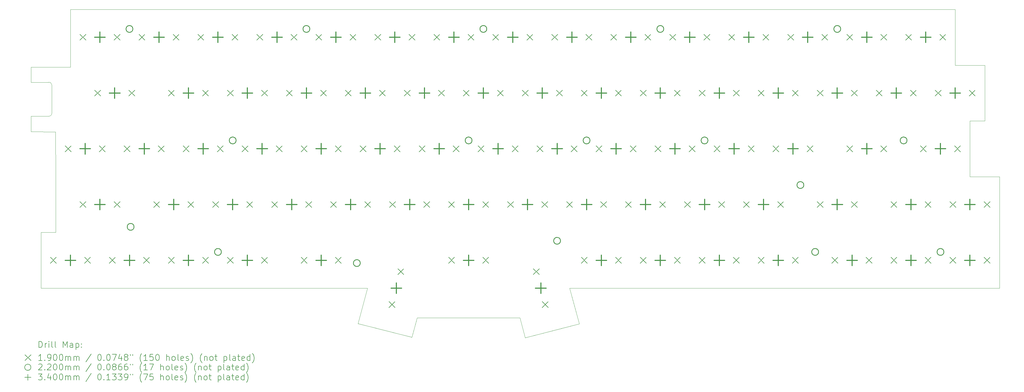
<source format=gbr>
%FSLAX45Y45*%
G04 Gerber Fmt 4.5, Leading zero omitted, Abs format (unit mm)*
G04 Created by KiCad (PCBNEW (6.0.2-0)) date 2022-07-19 14:21:53*
%MOMM*%
%LPD*%
G01*
G04 APERTURE LIST*
%TA.AperFunction,Profile*%
%ADD10C,0.100000*%
%TD*%
%ADD11C,0.200000*%
%ADD12C,0.190000*%
%ADD13C,0.220000*%
%ADD14C,0.340000*%
G04 APERTURE END LIST*
D10*
X-2220000Y-4350000D02*
X-2219695Y-4846056D01*
X-1425000Y-8100000D02*
X-1425000Y-6300000D01*
X-1650000Y-3250000D02*
X-2220000Y-3250000D01*
X28500000Y-2700000D02*
X28500000Y-4500000D01*
X-1550000Y-3350000D02*
X-1550000Y-4250000D01*
X28025000Y-6300000D02*
X28975000Y-6300000D01*
X-1650000Y-4350000D02*
G75*
G03*
X-1550000Y-4250000I0J100000D01*
G01*
X27550000Y-2700000D02*
X28500000Y-2700000D01*
X8075000Y-9900000D02*
X-1900000Y-9900000D01*
X-2220000Y-2760000D02*
X-950000Y-2760000D01*
X-1900000Y-8100000D02*
X-1425000Y-8100000D01*
X28025000Y-4500000D02*
X28025000Y-6300000D01*
X10050000Y-11480000D02*
X10220000Y-10860000D01*
X-1430000Y-4850000D02*
X-1425000Y-6300000D01*
X10220000Y-10860000D02*
X13530000Y-10860000D01*
X28975000Y-6300000D02*
X28975000Y-9900000D01*
X-1550000Y-3350000D02*
G75*
G03*
X-1650000Y-3250000I-100000J0D01*
G01*
X-2219695Y-4846056D02*
X-1430000Y-4850000D01*
X15130000Y-9900000D02*
X15200000Y-9900000D01*
X8075000Y-9900000D02*
X8620000Y-9900000D01*
X15440000Y-11050000D02*
X15130000Y-9900000D01*
X28500000Y-4500000D02*
X28025000Y-4500000D01*
X-1650000Y-4350000D02*
X-2220000Y-4350000D01*
X28975000Y-9900000D02*
X15200000Y-9900000D01*
X8310000Y-11040000D02*
X10050000Y-11480000D01*
X13530000Y-10860000D02*
X13700000Y-11500000D01*
X27550000Y-900000D02*
X27550000Y-2700000D01*
X13700000Y-11500000D02*
X15440000Y-11050000D01*
X-2220000Y-3250000D02*
X-2220000Y-2760000D01*
X-1900000Y-9900000D02*
X-1900000Y-8100000D01*
X8620000Y-9900000D02*
X8310000Y-11040000D01*
X-950000Y-900000D02*
X27550000Y-900000D01*
X-950000Y-900000D02*
X-950000Y-2760000D01*
D11*
D12*
X-1595000Y-8905000D02*
X-1405000Y-9095000D01*
X-1405000Y-8905000D02*
X-1595000Y-9095000D01*
X-1120000Y-5305000D02*
X-930000Y-5495000D01*
X-930000Y-5305000D02*
X-1120000Y-5495000D01*
X-645000Y-1705000D02*
X-455000Y-1895000D01*
X-455000Y-1705000D02*
X-645000Y-1895000D01*
X-645000Y-7105000D02*
X-455000Y-7295000D01*
X-455000Y-7105000D02*
X-645000Y-7295000D01*
X-495000Y-8905000D02*
X-305000Y-9095000D01*
X-305000Y-8905000D02*
X-495000Y-9095000D01*
X-170000Y-3505000D02*
X20000Y-3695000D01*
X20000Y-3505000D02*
X-170000Y-3695000D01*
X-20000Y-5305000D02*
X170000Y-5495000D01*
X170000Y-5305000D02*
X-20000Y-5495000D01*
X305000Y-8905000D02*
X495000Y-9095000D01*
X495000Y-8905000D02*
X305000Y-9095000D01*
X455000Y-1705000D02*
X645000Y-1895000D01*
X645000Y-1705000D02*
X455000Y-1895000D01*
X455000Y-7105000D02*
X645000Y-7295000D01*
X645000Y-7105000D02*
X455000Y-7295000D01*
X780000Y-5305000D02*
X970000Y-5495000D01*
X970000Y-5305000D02*
X780000Y-5495000D01*
X930000Y-3505000D02*
X1120000Y-3695000D01*
X1120000Y-3505000D02*
X930000Y-3695000D01*
X1255000Y-1705000D02*
X1445000Y-1895000D01*
X1445000Y-1705000D02*
X1255000Y-1895000D01*
X1405000Y-8905000D02*
X1595000Y-9095000D01*
X1595000Y-8905000D02*
X1405000Y-9095000D01*
X1730000Y-7105000D02*
X1920000Y-7295000D01*
X1920000Y-7105000D02*
X1730000Y-7295000D01*
X1880000Y-5305000D02*
X2070000Y-5495000D01*
X2070000Y-5305000D02*
X1880000Y-5495000D01*
X2205000Y-3505000D02*
X2395000Y-3695000D01*
X2395000Y-3505000D02*
X2205000Y-3695000D01*
X2205000Y-8905000D02*
X2395000Y-9095000D01*
X2395000Y-8905000D02*
X2205000Y-9095000D01*
X2355000Y-1705000D02*
X2545000Y-1895000D01*
X2545000Y-1705000D02*
X2355000Y-1895000D01*
X2680000Y-5305000D02*
X2870000Y-5495000D01*
X2870000Y-5305000D02*
X2680000Y-5495000D01*
X2830000Y-7105000D02*
X3020000Y-7295000D01*
X3020000Y-7105000D02*
X2830000Y-7295000D01*
X3155000Y-1705000D02*
X3345000Y-1895000D01*
X3345000Y-1705000D02*
X3155000Y-1895000D01*
X3305000Y-3505000D02*
X3495000Y-3695000D01*
X3495000Y-3505000D02*
X3305000Y-3695000D01*
X3305000Y-8905000D02*
X3495000Y-9095000D01*
X3495000Y-8905000D02*
X3305000Y-9095000D01*
X3630000Y-7105000D02*
X3820000Y-7295000D01*
X3820000Y-7105000D02*
X3630000Y-7295000D01*
X3780000Y-5305000D02*
X3970000Y-5495000D01*
X3970000Y-5305000D02*
X3780000Y-5495000D01*
X4105000Y-3505000D02*
X4295000Y-3695000D01*
X4295000Y-3505000D02*
X4105000Y-3695000D01*
X4105000Y-8905000D02*
X4295000Y-9095000D01*
X4295000Y-8905000D02*
X4105000Y-9095000D01*
X4255000Y-1705000D02*
X4445000Y-1895000D01*
X4445000Y-1705000D02*
X4255000Y-1895000D01*
X4580000Y-5305000D02*
X4770000Y-5495000D01*
X4770000Y-5305000D02*
X4580000Y-5495000D01*
X4730000Y-7105000D02*
X4920000Y-7295000D01*
X4920000Y-7105000D02*
X4730000Y-7295000D01*
X5055000Y-1705000D02*
X5245000Y-1895000D01*
X5245000Y-1705000D02*
X5055000Y-1895000D01*
X5205000Y-3505000D02*
X5395000Y-3695000D01*
X5395000Y-3505000D02*
X5205000Y-3695000D01*
X5205000Y-8905000D02*
X5395000Y-9095000D01*
X5395000Y-8905000D02*
X5205000Y-9095000D01*
X5530000Y-7105000D02*
X5720000Y-7295000D01*
X5720000Y-7105000D02*
X5530000Y-7295000D01*
X5680000Y-5305000D02*
X5870000Y-5495000D01*
X5870000Y-5305000D02*
X5680000Y-5495000D01*
X6005000Y-3505000D02*
X6195000Y-3695000D01*
X6195000Y-3505000D02*
X6005000Y-3695000D01*
X6155000Y-1705000D02*
X6345000Y-1895000D01*
X6345000Y-1705000D02*
X6155000Y-1895000D01*
X6480000Y-5305000D02*
X6670000Y-5495000D01*
X6670000Y-5305000D02*
X6480000Y-5495000D01*
X6480000Y-8905000D02*
X6670000Y-9095000D01*
X6670000Y-8905000D02*
X6480000Y-9095000D01*
X6630000Y-7105000D02*
X6820000Y-7295000D01*
X6820000Y-7105000D02*
X6630000Y-7295000D01*
X6955000Y-1705000D02*
X7145000Y-1895000D01*
X7145000Y-1705000D02*
X6955000Y-1895000D01*
X7105000Y-3505000D02*
X7295000Y-3695000D01*
X7295000Y-3505000D02*
X7105000Y-3695000D01*
X7430000Y-7105000D02*
X7620000Y-7295000D01*
X7620000Y-7105000D02*
X7430000Y-7295000D01*
X7580000Y-5305000D02*
X7770000Y-5495000D01*
X7770000Y-5305000D02*
X7580000Y-5495000D01*
X7580000Y-8905000D02*
X7770000Y-9095000D01*
X7770000Y-8905000D02*
X7580000Y-9095000D01*
X7905000Y-3505000D02*
X8095000Y-3695000D01*
X8095000Y-3505000D02*
X7905000Y-3695000D01*
X8055000Y-1705000D02*
X8245000Y-1895000D01*
X8245000Y-1705000D02*
X8055000Y-1895000D01*
X8380000Y-5305000D02*
X8570000Y-5495000D01*
X8570000Y-5305000D02*
X8380000Y-5495000D01*
X8530000Y-7105000D02*
X8720000Y-7295000D01*
X8720000Y-7105000D02*
X8530000Y-7295000D01*
X8855000Y-1705000D02*
X9045000Y-1895000D01*
X9045000Y-1705000D02*
X8855000Y-1895000D01*
X9005000Y-3505000D02*
X9195000Y-3695000D01*
X9195000Y-3505000D02*
X9005000Y-3695000D01*
X9312650Y-10336259D02*
X9502650Y-10526259D01*
X9502650Y-10336259D02*
X9312650Y-10526259D01*
X9330000Y-7105000D02*
X9520000Y-7295000D01*
X9520000Y-7105000D02*
X9330000Y-7295000D01*
X9480000Y-5305000D02*
X9670000Y-5495000D01*
X9670000Y-5305000D02*
X9480000Y-5495000D01*
X9597351Y-9273741D02*
X9787351Y-9463741D01*
X9787351Y-9273741D02*
X9597351Y-9463741D01*
X9805000Y-3505000D02*
X9995000Y-3695000D01*
X9995000Y-3505000D02*
X9805000Y-3695000D01*
X9955000Y-1705000D02*
X10145000Y-1895000D01*
X10145000Y-1705000D02*
X9955000Y-1895000D01*
X10280000Y-5305000D02*
X10470000Y-5495000D01*
X10470000Y-5305000D02*
X10280000Y-5495000D01*
X10430000Y-7105000D02*
X10620000Y-7295000D01*
X10620000Y-7105000D02*
X10430000Y-7295000D01*
X10755000Y-1705000D02*
X10945000Y-1895000D01*
X10945000Y-1705000D02*
X10755000Y-1895000D01*
X10905000Y-3505000D02*
X11095000Y-3695000D01*
X11095000Y-3505000D02*
X10905000Y-3695000D01*
X11230000Y-7105000D02*
X11420000Y-7295000D01*
X11420000Y-7105000D02*
X11230000Y-7295000D01*
X11230000Y-8905000D02*
X11420000Y-9095000D01*
X11420000Y-8905000D02*
X11230000Y-9095000D01*
X11380000Y-5305000D02*
X11570000Y-5495000D01*
X11570000Y-5305000D02*
X11380000Y-5495000D01*
X11705000Y-3505000D02*
X11895000Y-3695000D01*
X11895000Y-3505000D02*
X11705000Y-3695000D01*
X11855000Y-1705000D02*
X12045000Y-1895000D01*
X12045000Y-1705000D02*
X11855000Y-1895000D01*
X12180000Y-5305000D02*
X12370000Y-5495000D01*
X12370000Y-5305000D02*
X12180000Y-5495000D01*
X12330000Y-7105000D02*
X12520000Y-7295000D01*
X12520000Y-7105000D02*
X12330000Y-7295000D01*
X12330000Y-8905000D02*
X12520000Y-9095000D01*
X12520000Y-8905000D02*
X12330000Y-9095000D01*
X12655000Y-1705000D02*
X12845000Y-1895000D01*
X12845000Y-1705000D02*
X12655000Y-1895000D01*
X12805000Y-3505000D02*
X12995000Y-3695000D01*
X12995000Y-3505000D02*
X12805000Y-3695000D01*
X13130000Y-7105000D02*
X13320000Y-7295000D01*
X13320000Y-7105000D02*
X13130000Y-7295000D01*
X13280000Y-5305000D02*
X13470000Y-5495000D01*
X13470000Y-5305000D02*
X13280000Y-5495000D01*
X13605000Y-3505000D02*
X13795000Y-3695000D01*
X13795000Y-3505000D02*
X13605000Y-3695000D01*
X13755000Y-1705000D02*
X13945000Y-1895000D01*
X13945000Y-1705000D02*
X13755000Y-1895000D01*
X13962649Y-9273741D02*
X14152649Y-9463741D01*
X14152649Y-9273741D02*
X13962649Y-9463741D01*
X14080000Y-5305000D02*
X14270000Y-5495000D01*
X14270000Y-5305000D02*
X14080000Y-5495000D01*
X14230000Y-7105000D02*
X14420000Y-7295000D01*
X14420000Y-7105000D02*
X14230000Y-7295000D01*
X14247350Y-10336259D02*
X14437350Y-10526259D01*
X14437350Y-10336259D02*
X14247350Y-10526259D01*
X14555000Y-1705000D02*
X14745000Y-1895000D01*
X14745000Y-1705000D02*
X14555000Y-1895000D01*
X14705000Y-3505000D02*
X14895000Y-3695000D01*
X14895000Y-3505000D02*
X14705000Y-3695000D01*
X15030000Y-7105000D02*
X15220000Y-7295000D01*
X15220000Y-7105000D02*
X15030000Y-7295000D01*
X15180000Y-5305000D02*
X15370000Y-5495000D01*
X15370000Y-5305000D02*
X15180000Y-5495000D01*
X15505000Y-3505000D02*
X15695000Y-3695000D01*
X15695000Y-3505000D02*
X15505000Y-3695000D01*
X15505000Y-8905000D02*
X15695000Y-9095000D01*
X15695000Y-8905000D02*
X15505000Y-9095000D01*
X15655000Y-1705000D02*
X15845000Y-1895000D01*
X15845000Y-1705000D02*
X15655000Y-1895000D01*
X15980000Y-5305000D02*
X16170000Y-5495000D01*
X16170000Y-5305000D02*
X15980000Y-5495000D01*
X16130000Y-7105000D02*
X16320000Y-7295000D01*
X16320000Y-7105000D02*
X16130000Y-7295000D01*
X16455000Y-1705000D02*
X16645000Y-1895000D01*
X16645000Y-1705000D02*
X16455000Y-1895000D01*
X16605000Y-3505000D02*
X16795000Y-3695000D01*
X16795000Y-3505000D02*
X16605000Y-3695000D01*
X16605000Y-8905000D02*
X16795000Y-9095000D01*
X16795000Y-8905000D02*
X16605000Y-9095000D01*
X16930000Y-7105000D02*
X17120000Y-7295000D01*
X17120000Y-7105000D02*
X16930000Y-7295000D01*
X17080000Y-5305000D02*
X17270000Y-5495000D01*
X17270000Y-5305000D02*
X17080000Y-5495000D01*
X17405000Y-3505000D02*
X17595000Y-3695000D01*
X17595000Y-3505000D02*
X17405000Y-3695000D01*
X17405000Y-8905000D02*
X17595000Y-9095000D01*
X17595000Y-8905000D02*
X17405000Y-9095000D01*
X17555000Y-1705000D02*
X17745000Y-1895000D01*
X17745000Y-1705000D02*
X17555000Y-1895000D01*
X17880000Y-5305000D02*
X18070000Y-5495000D01*
X18070000Y-5305000D02*
X17880000Y-5495000D01*
X18030000Y-7105000D02*
X18220000Y-7295000D01*
X18220000Y-7105000D02*
X18030000Y-7295000D01*
X18355000Y-1705000D02*
X18545000Y-1895000D01*
X18545000Y-1705000D02*
X18355000Y-1895000D01*
X18505000Y-3505000D02*
X18695000Y-3695000D01*
X18695000Y-3505000D02*
X18505000Y-3695000D01*
X18505000Y-8905000D02*
X18695000Y-9095000D01*
X18695000Y-8905000D02*
X18505000Y-9095000D01*
X18830000Y-7105000D02*
X19020000Y-7295000D01*
X19020000Y-7105000D02*
X18830000Y-7295000D01*
X18980000Y-5305000D02*
X19170000Y-5495000D01*
X19170000Y-5305000D02*
X18980000Y-5495000D01*
X19305000Y-3505000D02*
X19495000Y-3695000D01*
X19495000Y-3505000D02*
X19305000Y-3695000D01*
X19305000Y-8905000D02*
X19495000Y-9095000D01*
X19495000Y-8905000D02*
X19305000Y-9095000D01*
X19455000Y-1705000D02*
X19645000Y-1895000D01*
X19645000Y-1705000D02*
X19455000Y-1895000D01*
X19780000Y-5305000D02*
X19970000Y-5495000D01*
X19970000Y-5305000D02*
X19780000Y-5495000D01*
X19930000Y-7105000D02*
X20120000Y-7295000D01*
X20120000Y-7105000D02*
X19930000Y-7295000D01*
X20255000Y-1705000D02*
X20445000Y-1895000D01*
X20445000Y-1705000D02*
X20255000Y-1895000D01*
X20405000Y-3505000D02*
X20595000Y-3695000D01*
X20595000Y-3505000D02*
X20405000Y-3695000D01*
X20405000Y-8905000D02*
X20595000Y-9095000D01*
X20595000Y-8905000D02*
X20405000Y-9095000D01*
X20730000Y-7105000D02*
X20920000Y-7295000D01*
X20920000Y-7105000D02*
X20730000Y-7295000D01*
X20880000Y-5305000D02*
X21070000Y-5495000D01*
X21070000Y-5305000D02*
X20880000Y-5495000D01*
X21205000Y-3505000D02*
X21395000Y-3695000D01*
X21395000Y-3505000D02*
X21205000Y-3695000D01*
X21205000Y-8905000D02*
X21395000Y-9095000D01*
X21395000Y-8905000D02*
X21205000Y-9095000D01*
X21355000Y-1705000D02*
X21545000Y-1895000D01*
X21545000Y-1705000D02*
X21355000Y-1895000D01*
X21680000Y-5305000D02*
X21870000Y-5495000D01*
X21870000Y-5305000D02*
X21680000Y-5495000D01*
X21830000Y-7105000D02*
X22020000Y-7295000D01*
X22020000Y-7105000D02*
X21830000Y-7295000D01*
X22155000Y-1705000D02*
X22345000Y-1895000D01*
X22345000Y-1705000D02*
X22155000Y-1895000D01*
X22305000Y-3505000D02*
X22495000Y-3695000D01*
X22495000Y-3505000D02*
X22305000Y-3695000D01*
X22305000Y-8905000D02*
X22495000Y-9095000D01*
X22495000Y-8905000D02*
X22305000Y-9095000D01*
X22780000Y-5305000D02*
X22970000Y-5495000D01*
X22970000Y-5305000D02*
X22780000Y-5495000D01*
X23105000Y-3505000D02*
X23295000Y-3695000D01*
X23295000Y-3505000D02*
X23105000Y-3695000D01*
X23105000Y-7105000D02*
X23295000Y-7295000D01*
X23295000Y-7105000D02*
X23105000Y-7295000D01*
X23255000Y-1705000D02*
X23445000Y-1895000D01*
X23445000Y-1705000D02*
X23255000Y-1895000D01*
X23580000Y-8905000D02*
X23770000Y-9095000D01*
X23770000Y-8905000D02*
X23580000Y-9095000D01*
X24055000Y-1705000D02*
X24245000Y-1895000D01*
X24245000Y-1705000D02*
X24055000Y-1895000D01*
X24055000Y-5305000D02*
X24245000Y-5495000D01*
X24245000Y-5305000D02*
X24055000Y-5495000D01*
X24205000Y-3505000D02*
X24395000Y-3695000D01*
X24395000Y-3505000D02*
X24205000Y-3695000D01*
X24205000Y-7105000D02*
X24395000Y-7295000D01*
X24395000Y-7105000D02*
X24205000Y-7295000D01*
X24680000Y-8905000D02*
X24870000Y-9095000D01*
X24870000Y-8905000D02*
X24680000Y-9095000D01*
X25005000Y-3505000D02*
X25195000Y-3695000D01*
X25195000Y-3505000D02*
X25005000Y-3695000D01*
X25155000Y-1705000D02*
X25345000Y-1895000D01*
X25345000Y-1705000D02*
X25155000Y-1895000D01*
X25155000Y-5305000D02*
X25345000Y-5495000D01*
X25345000Y-5305000D02*
X25155000Y-5495000D01*
X25480000Y-7105000D02*
X25670000Y-7295000D01*
X25670000Y-7105000D02*
X25480000Y-7295000D01*
X25480000Y-8905000D02*
X25670000Y-9095000D01*
X25670000Y-8905000D02*
X25480000Y-9095000D01*
X25955000Y-1705000D02*
X26145000Y-1895000D01*
X26145000Y-1705000D02*
X25955000Y-1895000D01*
X26105000Y-3505000D02*
X26295000Y-3695000D01*
X26295000Y-3505000D02*
X26105000Y-3695000D01*
X26430000Y-5305000D02*
X26620000Y-5495000D01*
X26620000Y-5305000D02*
X26430000Y-5495000D01*
X26580000Y-7105000D02*
X26770000Y-7295000D01*
X26770000Y-7105000D02*
X26580000Y-7295000D01*
X26580000Y-8905000D02*
X26770000Y-9095000D01*
X26770000Y-8905000D02*
X26580000Y-9095000D01*
X26905000Y-3505000D02*
X27095000Y-3695000D01*
X27095000Y-3505000D02*
X26905000Y-3695000D01*
X27055000Y-1705000D02*
X27245000Y-1895000D01*
X27245000Y-1705000D02*
X27055000Y-1895000D01*
X27380000Y-7105000D02*
X27570000Y-7295000D01*
X27570000Y-7105000D02*
X27380000Y-7295000D01*
X27380000Y-8905000D02*
X27570000Y-9095000D01*
X27570000Y-8905000D02*
X27380000Y-9095000D01*
X27530000Y-5305000D02*
X27720000Y-5495000D01*
X27720000Y-5305000D02*
X27530000Y-5495000D01*
X28005000Y-3505000D02*
X28195000Y-3695000D01*
X28195000Y-3505000D02*
X28005000Y-3695000D01*
X28480000Y-7105000D02*
X28670000Y-7295000D01*
X28670000Y-7105000D02*
X28480000Y-7295000D01*
X28480000Y-8905000D02*
X28670000Y-9095000D01*
X28670000Y-8905000D02*
X28480000Y-9095000D01*
D13*
X1060000Y-1530000D02*
G75*
G03*
X1060000Y-1530000I-110000J0D01*
G01*
X1097500Y-7920000D02*
G75*
G03*
X1097500Y-7920000I-110000J0D01*
G01*
X3910000Y-8730000D02*
G75*
G03*
X3910000Y-8730000I-110000J0D01*
G01*
X4385000Y-5130000D02*
G75*
G03*
X4385000Y-5130000I-110000J0D01*
G01*
X6760000Y-1530000D02*
G75*
G03*
X6760000Y-1530000I-110000J0D01*
G01*
X8385000Y-9090000D02*
G75*
G03*
X8385000Y-9090000I-110000J0D01*
G01*
X11985000Y-5130000D02*
G75*
G03*
X11985000Y-5130000I-110000J0D01*
G01*
X12460000Y-1530000D02*
G75*
G03*
X12460000Y-1530000I-110000J0D01*
G01*
X14835000Y-8370000D02*
G75*
G03*
X14835000Y-8370000I-110000J0D01*
G01*
X15785000Y-5130000D02*
G75*
G03*
X15785000Y-5130000I-110000J0D01*
G01*
X18160000Y-1530000D02*
G75*
G03*
X18160000Y-1530000I-110000J0D01*
G01*
X19585000Y-5130000D02*
G75*
G03*
X19585000Y-5130000I-110000J0D01*
G01*
X22672500Y-6570000D02*
G75*
G03*
X22672500Y-6570000I-110000J0D01*
G01*
X23147500Y-8730000D02*
G75*
G03*
X23147500Y-8730000I-110000J0D01*
G01*
X23860000Y-1530000D02*
G75*
G03*
X23860000Y-1530000I-110000J0D01*
G01*
X25997500Y-5130000D02*
G75*
G03*
X25997500Y-5130000I-110000J0D01*
G01*
X27185000Y-8730000D02*
G75*
G03*
X27185000Y-8730000I-110000J0D01*
G01*
D14*
X-950000Y-8830000D02*
X-950000Y-9170000D01*
X-1120000Y-9000000D02*
X-780000Y-9000000D01*
X-475000Y-5230000D02*
X-475000Y-5570000D01*
X-645000Y-5400000D02*
X-305000Y-5400000D01*
X0Y-1630000D02*
X0Y-1970000D01*
X-170000Y-1800000D02*
X170000Y-1800000D01*
X0Y-7030000D02*
X0Y-7370000D01*
X-170000Y-7200000D02*
X170000Y-7200000D01*
X475000Y-3430000D02*
X475000Y-3770000D01*
X305000Y-3600000D02*
X645000Y-3600000D01*
X950000Y-8830000D02*
X950000Y-9170000D01*
X780000Y-9000000D02*
X1120000Y-9000000D01*
X1425000Y-5230000D02*
X1425000Y-5570000D01*
X1255000Y-5400000D02*
X1595000Y-5400000D01*
X1900000Y-1630000D02*
X1900000Y-1970000D01*
X1730000Y-1800000D02*
X2070000Y-1800000D01*
X2375000Y-7030000D02*
X2375000Y-7370000D01*
X2205000Y-7200000D02*
X2545000Y-7200000D01*
X2850000Y-3430000D02*
X2850000Y-3770000D01*
X2680000Y-3600000D02*
X3020000Y-3600000D01*
X2850000Y-8830000D02*
X2850000Y-9170000D01*
X2680000Y-9000000D02*
X3020000Y-9000000D01*
X3325000Y-5230000D02*
X3325000Y-5570000D01*
X3155000Y-5400000D02*
X3495000Y-5400000D01*
X3800000Y-1630000D02*
X3800000Y-1970000D01*
X3630000Y-1800000D02*
X3970000Y-1800000D01*
X4275000Y-7030000D02*
X4275000Y-7370000D01*
X4105000Y-7200000D02*
X4445000Y-7200000D01*
X4750000Y-3430000D02*
X4750000Y-3770000D01*
X4580000Y-3600000D02*
X4920000Y-3600000D01*
X4750000Y-8830000D02*
X4750000Y-9170000D01*
X4580000Y-9000000D02*
X4920000Y-9000000D01*
X5225000Y-5230000D02*
X5225000Y-5570000D01*
X5055000Y-5400000D02*
X5395000Y-5400000D01*
X5700000Y-1630000D02*
X5700000Y-1970000D01*
X5530000Y-1800000D02*
X5870000Y-1800000D01*
X6175000Y-7030000D02*
X6175000Y-7370000D01*
X6005000Y-7200000D02*
X6345000Y-7200000D01*
X6650000Y-3430000D02*
X6650000Y-3770000D01*
X6480000Y-3600000D02*
X6820000Y-3600000D01*
X7125000Y-5230000D02*
X7125000Y-5570000D01*
X6955000Y-5400000D02*
X7295000Y-5400000D01*
X7125000Y-8830000D02*
X7125000Y-9170000D01*
X6955000Y-9000000D02*
X7295000Y-9000000D01*
X7600000Y-1630000D02*
X7600000Y-1970000D01*
X7430000Y-1800000D02*
X7770000Y-1800000D01*
X8075000Y-7030000D02*
X8075000Y-7370000D01*
X7905000Y-7200000D02*
X8245000Y-7200000D01*
X8550000Y-3430000D02*
X8550000Y-3770000D01*
X8380000Y-3600000D02*
X8720000Y-3600000D01*
X9025000Y-5230000D02*
X9025000Y-5570000D01*
X8855000Y-5400000D02*
X9195000Y-5400000D01*
X9500000Y-1630000D02*
X9500000Y-1970000D01*
X9330000Y-1800000D02*
X9670000Y-1800000D01*
X9550000Y-9730000D02*
X9550000Y-10070000D01*
X9380000Y-9900000D02*
X9720000Y-9900000D01*
X9975000Y-7030000D02*
X9975000Y-7370000D01*
X9805000Y-7200000D02*
X10145000Y-7200000D01*
X10450000Y-3430000D02*
X10450000Y-3770000D01*
X10280000Y-3600000D02*
X10620000Y-3600000D01*
X10925000Y-5230000D02*
X10925000Y-5570000D01*
X10755000Y-5400000D02*
X11095000Y-5400000D01*
X11400000Y-1630000D02*
X11400000Y-1970000D01*
X11230000Y-1800000D02*
X11570000Y-1800000D01*
X11875000Y-7030000D02*
X11875000Y-7370000D01*
X11705000Y-7200000D02*
X12045000Y-7200000D01*
X11875000Y-8830000D02*
X11875000Y-9170000D01*
X11705000Y-9000000D02*
X12045000Y-9000000D01*
X12350000Y-3430000D02*
X12350000Y-3770000D01*
X12180000Y-3600000D02*
X12520000Y-3600000D01*
X12825000Y-5230000D02*
X12825000Y-5570000D01*
X12655000Y-5400000D02*
X12995000Y-5400000D01*
X13300000Y-1630000D02*
X13300000Y-1970000D01*
X13130000Y-1800000D02*
X13470000Y-1800000D01*
X13775000Y-7030000D02*
X13775000Y-7370000D01*
X13605000Y-7200000D02*
X13945000Y-7200000D01*
X14200000Y-9730000D02*
X14200000Y-10070000D01*
X14030000Y-9900000D02*
X14370000Y-9900000D01*
X14250000Y-3430000D02*
X14250000Y-3770000D01*
X14080000Y-3600000D02*
X14420000Y-3600000D01*
X14725000Y-5230000D02*
X14725000Y-5570000D01*
X14555000Y-5400000D02*
X14895000Y-5400000D01*
X15200000Y-1630000D02*
X15200000Y-1970000D01*
X15030000Y-1800000D02*
X15370000Y-1800000D01*
X15675000Y-7030000D02*
X15675000Y-7370000D01*
X15505000Y-7200000D02*
X15845000Y-7200000D01*
X16150000Y-3430000D02*
X16150000Y-3770000D01*
X15980000Y-3600000D02*
X16320000Y-3600000D01*
X16150000Y-8830000D02*
X16150000Y-9170000D01*
X15980000Y-9000000D02*
X16320000Y-9000000D01*
X16625000Y-5230000D02*
X16625000Y-5570000D01*
X16455000Y-5400000D02*
X16795000Y-5400000D01*
X17100000Y-1630000D02*
X17100000Y-1970000D01*
X16930000Y-1800000D02*
X17270000Y-1800000D01*
X17575000Y-7030000D02*
X17575000Y-7370000D01*
X17405000Y-7200000D02*
X17745000Y-7200000D01*
X18050000Y-3430000D02*
X18050000Y-3770000D01*
X17880000Y-3600000D02*
X18220000Y-3600000D01*
X18050000Y-8830000D02*
X18050000Y-9170000D01*
X17880000Y-9000000D02*
X18220000Y-9000000D01*
X18525000Y-5230000D02*
X18525000Y-5570000D01*
X18355000Y-5400000D02*
X18695000Y-5400000D01*
X19000000Y-1630000D02*
X19000000Y-1970000D01*
X18830000Y-1800000D02*
X19170000Y-1800000D01*
X19475000Y-7030000D02*
X19475000Y-7370000D01*
X19305000Y-7200000D02*
X19645000Y-7200000D01*
X19950000Y-3430000D02*
X19950000Y-3770000D01*
X19780000Y-3600000D02*
X20120000Y-3600000D01*
X19950000Y-8830000D02*
X19950000Y-9170000D01*
X19780000Y-9000000D02*
X20120000Y-9000000D01*
X20425000Y-5230000D02*
X20425000Y-5570000D01*
X20255000Y-5400000D02*
X20595000Y-5400000D01*
X20900000Y-1630000D02*
X20900000Y-1970000D01*
X20730000Y-1800000D02*
X21070000Y-1800000D01*
X21375000Y-7030000D02*
X21375000Y-7370000D01*
X21205000Y-7200000D02*
X21545000Y-7200000D01*
X21850000Y-3430000D02*
X21850000Y-3770000D01*
X21680000Y-3600000D02*
X22020000Y-3600000D01*
X21850000Y-8830000D02*
X21850000Y-9170000D01*
X21680000Y-9000000D02*
X22020000Y-9000000D01*
X22325000Y-5230000D02*
X22325000Y-5570000D01*
X22155000Y-5400000D02*
X22495000Y-5400000D01*
X22800000Y-1630000D02*
X22800000Y-1970000D01*
X22630000Y-1800000D02*
X22970000Y-1800000D01*
X23750000Y-3430000D02*
X23750000Y-3770000D01*
X23580000Y-3600000D02*
X23920000Y-3600000D01*
X23750000Y-7030000D02*
X23750000Y-7370000D01*
X23580000Y-7200000D02*
X23920000Y-7200000D01*
X24225000Y-8830000D02*
X24225000Y-9170000D01*
X24055000Y-9000000D02*
X24395000Y-9000000D01*
X24700000Y-1630000D02*
X24700000Y-1970000D01*
X24530000Y-1800000D02*
X24870000Y-1800000D01*
X24700000Y-5230000D02*
X24700000Y-5570000D01*
X24530000Y-5400000D02*
X24870000Y-5400000D01*
X25650000Y-3430000D02*
X25650000Y-3770000D01*
X25480000Y-3600000D02*
X25820000Y-3600000D01*
X26125000Y-7030000D02*
X26125000Y-7370000D01*
X25955000Y-7200000D02*
X26295000Y-7200000D01*
X26125000Y-8830000D02*
X26125000Y-9170000D01*
X25955000Y-9000000D02*
X26295000Y-9000000D01*
X26600000Y-1630000D02*
X26600000Y-1970000D01*
X26430000Y-1800000D02*
X26770000Y-1800000D01*
X27075000Y-5230000D02*
X27075000Y-5570000D01*
X26905000Y-5400000D02*
X27245000Y-5400000D01*
X27550000Y-3430000D02*
X27550000Y-3770000D01*
X27380000Y-3600000D02*
X27720000Y-3600000D01*
X28025000Y-7030000D02*
X28025000Y-7370000D01*
X27855000Y-7200000D02*
X28195000Y-7200000D01*
X28025000Y-8830000D02*
X28025000Y-9170000D01*
X27855000Y-9000000D02*
X28195000Y-9000000D01*
D11*
X-1967381Y-11815476D02*
X-1967381Y-11615476D01*
X-1919762Y-11615476D01*
X-1891190Y-11625000D01*
X-1872143Y-11644048D01*
X-1862619Y-11663095D01*
X-1853095Y-11701190D01*
X-1853095Y-11729762D01*
X-1862619Y-11767857D01*
X-1872143Y-11786905D01*
X-1891190Y-11805952D01*
X-1919762Y-11815476D01*
X-1967381Y-11815476D01*
X-1767381Y-11815476D02*
X-1767381Y-11682143D01*
X-1767381Y-11720238D02*
X-1757857Y-11701190D01*
X-1748333Y-11691667D01*
X-1729286Y-11682143D01*
X-1710238Y-11682143D01*
X-1643571Y-11815476D02*
X-1643571Y-11682143D01*
X-1643571Y-11615476D02*
X-1653095Y-11625000D01*
X-1643571Y-11634524D01*
X-1634048Y-11625000D01*
X-1643571Y-11615476D01*
X-1643571Y-11634524D01*
X-1519762Y-11815476D02*
X-1538809Y-11805952D01*
X-1548333Y-11786905D01*
X-1548333Y-11615476D01*
X-1415000Y-11815476D02*
X-1434048Y-11805952D01*
X-1443571Y-11786905D01*
X-1443571Y-11615476D01*
X-1186429Y-11815476D02*
X-1186429Y-11615476D01*
X-1119762Y-11758333D01*
X-1053095Y-11615476D01*
X-1053095Y-11815476D01*
X-872143Y-11815476D02*
X-872143Y-11710714D01*
X-881667Y-11691667D01*
X-900714Y-11682143D01*
X-938809Y-11682143D01*
X-957857Y-11691667D01*
X-872143Y-11805952D02*
X-891190Y-11815476D01*
X-938809Y-11815476D01*
X-957857Y-11805952D01*
X-967381Y-11786905D01*
X-967381Y-11767857D01*
X-957857Y-11748809D01*
X-938809Y-11739286D01*
X-891190Y-11739286D01*
X-872143Y-11729762D01*
X-776905Y-11682143D02*
X-776905Y-11882143D01*
X-776905Y-11691667D02*
X-757857Y-11682143D01*
X-719762Y-11682143D01*
X-700714Y-11691667D01*
X-691190Y-11701190D01*
X-681667Y-11720238D01*
X-681667Y-11777381D01*
X-691190Y-11796428D01*
X-700714Y-11805952D01*
X-719762Y-11815476D01*
X-757857Y-11815476D01*
X-776905Y-11805952D01*
X-595952Y-11796428D02*
X-586429Y-11805952D01*
X-595952Y-11815476D01*
X-605476Y-11805952D01*
X-595952Y-11796428D01*
X-595952Y-11815476D01*
X-595952Y-11691667D02*
X-586429Y-11701190D01*
X-595952Y-11710714D01*
X-605476Y-11701190D01*
X-595952Y-11691667D01*
X-595952Y-11710714D01*
D12*
X-2415000Y-12050000D02*
X-2225000Y-12240000D01*
X-2225000Y-12050000D02*
X-2415000Y-12240000D01*
D11*
X-1862619Y-12235476D02*
X-1976905Y-12235476D01*
X-1919762Y-12235476D02*
X-1919762Y-12035476D01*
X-1938809Y-12064048D01*
X-1957857Y-12083095D01*
X-1976905Y-12092619D01*
X-1776905Y-12216428D02*
X-1767381Y-12225952D01*
X-1776905Y-12235476D01*
X-1786428Y-12225952D01*
X-1776905Y-12216428D01*
X-1776905Y-12235476D01*
X-1672143Y-12235476D02*
X-1634048Y-12235476D01*
X-1615000Y-12225952D01*
X-1605476Y-12216428D01*
X-1586428Y-12187857D01*
X-1576905Y-12149762D01*
X-1576905Y-12073571D01*
X-1586428Y-12054524D01*
X-1595952Y-12045000D01*
X-1615000Y-12035476D01*
X-1653095Y-12035476D01*
X-1672143Y-12045000D01*
X-1681667Y-12054524D01*
X-1691190Y-12073571D01*
X-1691190Y-12121190D01*
X-1681667Y-12140238D01*
X-1672143Y-12149762D01*
X-1653095Y-12159286D01*
X-1615000Y-12159286D01*
X-1595952Y-12149762D01*
X-1586428Y-12140238D01*
X-1576905Y-12121190D01*
X-1453095Y-12035476D02*
X-1434048Y-12035476D01*
X-1415000Y-12045000D01*
X-1405476Y-12054524D01*
X-1395952Y-12073571D01*
X-1386429Y-12111667D01*
X-1386429Y-12159286D01*
X-1395952Y-12197381D01*
X-1405476Y-12216428D01*
X-1415000Y-12225952D01*
X-1434048Y-12235476D01*
X-1453095Y-12235476D01*
X-1472143Y-12225952D01*
X-1481667Y-12216428D01*
X-1491190Y-12197381D01*
X-1500714Y-12159286D01*
X-1500714Y-12111667D01*
X-1491190Y-12073571D01*
X-1481667Y-12054524D01*
X-1472143Y-12045000D01*
X-1453095Y-12035476D01*
X-1262619Y-12035476D02*
X-1243571Y-12035476D01*
X-1224524Y-12045000D01*
X-1215000Y-12054524D01*
X-1205476Y-12073571D01*
X-1195952Y-12111667D01*
X-1195952Y-12159286D01*
X-1205476Y-12197381D01*
X-1215000Y-12216428D01*
X-1224524Y-12225952D01*
X-1243571Y-12235476D01*
X-1262619Y-12235476D01*
X-1281667Y-12225952D01*
X-1291190Y-12216428D01*
X-1300714Y-12197381D01*
X-1310238Y-12159286D01*
X-1310238Y-12111667D01*
X-1300714Y-12073571D01*
X-1291190Y-12054524D01*
X-1281667Y-12045000D01*
X-1262619Y-12035476D01*
X-1110238Y-12235476D02*
X-1110238Y-12102143D01*
X-1110238Y-12121190D02*
X-1100714Y-12111667D01*
X-1081667Y-12102143D01*
X-1053095Y-12102143D01*
X-1034048Y-12111667D01*
X-1024524Y-12130714D01*
X-1024524Y-12235476D01*
X-1024524Y-12130714D02*
X-1015000Y-12111667D01*
X-995952Y-12102143D01*
X-967381Y-12102143D01*
X-948333Y-12111667D01*
X-938809Y-12130714D01*
X-938809Y-12235476D01*
X-843571Y-12235476D02*
X-843571Y-12102143D01*
X-843571Y-12121190D02*
X-834048Y-12111667D01*
X-815000Y-12102143D01*
X-786428Y-12102143D01*
X-767381Y-12111667D01*
X-757857Y-12130714D01*
X-757857Y-12235476D01*
X-757857Y-12130714D02*
X-748333Y-12111667D01*
X-729286Y-12102143D01*
X-700714Y-12102143D01*
X-681667Y-12111667D01*
X-672143Y-12130714D01*
X-672143Y-12235476D01*
X-281667Y-12025952D02*
X-453095Y-12283095D01*
X-24524Y-12035476D02*
X-5476Y-12035476D01*
X13571Y-12045000D01*
X23095Y-12054524D01*
X32619Y-12073571D01*
X42143Y-12111667D01*
X42143Y-12159286D01*
X32619Y-12197381D01*
X23095Y-12216428D01*
X13571Y-12225952D01*
X-5476Y-12235476D01*
X-24524Y-12235476D01*
X-43571Y-12225952D01*
X-53095Y-12216428D01*
X-62619Y-12197381D01*
X-72143Y-12159286D01*
X-72143Y-12111667D01*
X-62619Y-12073571D01*
X-53095Y-12054524D01*
X-43571Y-12045000D01*
X-24524Y-12035476D01*
X127857Y-12216428D02*
X137381Y-12225952D01*
X127857Y-12235476D01*
X118333Y-12225952D01*
X127857Y-12216428D01*
X127857Y-12235476D01*
X261190Y-12035476D02*
X280238Y-12035476D01*
X299286Y-12045000D01*
X308810Y-12054524D01*
X318333Y-12073571D01*
X327857Y-12111667D01*
X327857Y-12159286D01*
X318333Y-12197381D01*
X308810Y-12216428D01*
X299286Y-12225952D01*
X280238Y-12235476D01*
X261190Y-12235476D01*
X242143Y-12225952D01*
X232619Y-12216428D01*
X223095Y-12197381D01*
X213571Y-12159286D01*
X213571Y-12111667D01*
X223095Y-12073571D01*
X232619Y-12054524D01*
X242143Y-12045000D01*
X261190Y-12035476D01*
X394524Y-12035476D02*
X527857Y-12035476D01*
X442143Y-12235476D01*
X689762Y-12102143D02*
X689762Y-12235476D01*
X642143Y-12025952D02*
X594524Y-12168809D01*
X718333Y-12168809D01*
X823095Y-12121190D02*
X804048Y-12111667D01*
X794524Y-12102143D01*
X785000Y-12083095D01*
X785000Y-12073571D01*
X794524Y-12054524D01*
X804048Y-12045000D01*
X823095Y-12035476D01*
X861190Y-12035476D01*
X880238Y-12045000D01*
X889762Y-12054524D01*
X899286Y-12073571D01*
X899286Y-12083095D01*
X889762Y-12102143D01*
X880238Y-12111667D01*
X861190Y-12121190D01*
X823095Y-12121190D01*
X804048Y-12130714D01*
X794524Y-12140238D01*
X785000Y-12159286D01*
X785000Y-12197381D01*
X794524Y-12216428D01*
X804048Y-12225952D01*
X823095Y-12235476D01*
X861190Y-12235476D01*
X880238Y-12225952D01*
X889762Y-12216428D01*
X899286Y-12197381D01*
X899286Y-12159286D01*
X889762Y-12140238D01*
X880238Y-12130714D01*
X861190Y-12121190D01*
X975476Y-12035476D02*
X975476Y-12073571D01*
X1051667Y-12035476D02*
X1051667Y-12073571D01*
X1346905Y-12311667D02*
X1337381Y-12302143D01*
X1318333Y-12273571D01*
X1308810Y-12254524D01*
X1299286Y-12225952D01*
X1289762Y-12178333D01*
X1289762Y-12140238D01*
X1299286Y-12092619D01*
X1308810Y-12064048D01*
X1318333Y-12045000D01*
X1337381Y-12016428D01*
X1346905Y-12006905D01*
X1527857Y-12235476D02*
X1413571Y-12235476D01*
X1470714Y-12235476D02*
X1470714Y-12035476D01*
X1451667Y-12064048D01*
X1432619Y-12083095D01*
X1413571Y-12092619D01*
X1708809Y-12035476D02*
X1613571Y-12035476D01*
X1604048Y-12130714D01*
X1613571Y-12121190D01*
X1632619Y-12111667D01*
X1680238Y-12111667D01*
X1699286Y-12121190D01*
X1708809Y-12130714D01*
X1718333Y-12149762D01*
X1718333Y-12197381D01*
X1708809Y-12216428D01*
X1699286Y-12225952D01*
X1680238Y-12235476D01*
X1632619Y-12235476D01*
X1613571Y-12225952D01*
X1604048Y-12216428D01*
X1842143Y-12035476D02*
X1861190Y-12035476D01*
X1880238Y-12045000D01*
X1889762Y-12054524D01*
X1899286Y-12073571D01*
X1908809Y-12111667D01*
X1908809Y-12159286D01*
X1899286Y-12197381D01*
X1889762Y-12216428D01*
X1880238Y-12225952D01*
X1861190Y-12235476D01*
X1842143Y-12235476D01*
X1823095Y-12225952D01*
X1813571Y-12216428D01*
X1804048Y-12197381D01*
X1794524Y-12159286D01*
X1794524Y-12111667D01*
X1804048Y-12073571D01*
X1813571Y-12054524D01*
X1823095Y-12045000D01*
X1842143Y-12035476D01*
X2146905Y-12235476D02*
X2146905Y-12035476D01*
X2232619Y-12235476D02*
X2232619Y-12130714D01*
X2223095Y-12111667D01*
X2204048Y-12102143D01*
X2175476Y-12102143D01*
X2156429Y-12111667D01*
X2146905Y-12121190D01*
X2356429Y-12235476D02*
X2337381Y-12225952D01*
X2327857Y-12216428D01*
X2318333Y-12197381D01*
X2318333Y-12140238D01*
X2327857Y-12121190D01*
X2337381Y-12111667D01*
X2356429Y-12102143D01*
X2385000Y-12102143D01*
X2404048Y-12111667D01*
X2413571Y-12121190D01*
X2423095Y-12140238D01*
X2423095Y-12197381D01*
X2413571Y-12216428D01*
X2404048Y-12225952D01*
X2385000Y-12235476D01*
X2356429Y-12235476D01*
X2537381Y-12235476D02*
X2518333Y-12225952D01*
X2508810Y-12206905D01*
X2508810Y-12035476D01*
X2689762Y-12225952D02*
X2670714Y-12235476D01*
X2632619Y-12235476D01*
X2613571Y-12225952D01*
X2604048Y-12206905D01*
X2604048Y-12130714D01*
X2613571Y-12111667D01*
X2632619Y-12102143D01*
X2670714Y-12102143D01*
X2689762Y-12111667D01*
X2699286Y-12130714D01*
X2699286Y-12149762D01*
X2604048Y-12168809D01*
X2775476Y-12225952D02*
X2794524Y-12235476D01*
X2832619Y-12235476D01*
X2851667Y-12225952D01*
X2861190Y-12206905D01*
X2861190Y-12197381D01*
X2851667Y-12178333D01*
X2832619Y-12168809D01*
X2804048Y-12168809D01*
X2785000Y-12159286D01*
X2775476Y-12140238D01*
X2775476Y-12130714D01*
X2785000Y-12111667D01*
X2804048Y-12102143D01*
X2832619Y-12102143D01*
X2851667Y-12111667D01*
X2927857Y-12311667D02*
X2937381Y-12302143D01*
X2956428Y-12273571D01*
X2965952Y-12254524D01*
X2975476Y-12225952D01*
X2985000Y-12178333D01*
X2985000Y-12140238D01*
X2975476Y-12092619D01*
X2965952Y-12064048D01*
X2956428Y-12045000D01*
X2937381Y-12016428D01*
X2927857Y-12006905D01*
X3289762Y-12311667D02*
X3280238Y-12302143D01*
X3261190Y-12273571D01*
X3251667Y-12254524D01*
X3242143Y-12225952D01*
X3232619Y-12178333D01*
X3232619Y-12140238D01*
X3242143Y-12092619D01*
X3251667Y-12064048D01*
X3261190Y-12045000D01*
X3280238Y-12016428D01*
X3289762Y-12006905D01*
X3365952Y-12102143D02*
X3365952Y-12235476D01*
X3365952Y-12121190D02*
X3375476Y-12111667D01*
X3394524Y-12102143D01*
X3423095Y-12102143D01*
X3442143Y-12111667D01*
X3451667Y-12130714D01*
X3451667Y-12235476D01*
X3575476Y-12235476D02*
X3556428Y-12225952D01*
X3546905Y-12216428D01*
X3537381Y-12197381D01*
X3537381Y-12140238D01*
X3546905Y-12121190D01*
X3556428Y-12111667D01*
X3575476Y-12102143D01*
X3604048Y-12102143D01*
X3623095Y-12111667D01*
X3632619Y-12121190D01*
X3642143Y-12140238D01*
X3642143Y-12197381D01*
X3632619Y-12216428D01*
X3623095Y-12225952D01*
X3604048Y-12235476D01*
X3575476Y-12235476D01*
X3699286Y-12102143D02*
X3775476Y-12102143D01*
X3727857Y-12035476D02*
X3727857Y-12206905D01*
X3737381Y-12225952D01*
X3756428Y-12235476D01*
X3775476Y-12235476D01*
X3994524Y-12102143D02*
X3994524Y-12302143D01*
X3994524Y-12111667D02*
X4013571Y-12102143D01*
X4051667Y-12102143D01*
X4070714Y-12111667D01*
X4080238Y-12121190D01*
X4089762Y-12140238D01*
X4089762Y-12197381D01*
X4080238Y-12216428D01*
X4070714Y-12225952D01*
X4051667Y-12235476D01*
X4013571Y-12235476D01*
X3994524Y-12225952D01*
X4204048Y-12235476D02*
X4185000Y-12225952D01*
X4175476Y-12206905D01*
X4175476Y-12035476D01*
X4365952Y-12235476D02*
X4365952Y-12130714D01*
X4356429Y-12111667D01*
X4337381Y-12102143D01*
X4299286Y-12102143D01*
X4280238Y-12111667D01*
X4365952Y-12225952D02*
X4346905Y-12235476D01*
X4299286Y-12235476D01*
X4280238Y-12225952D01*
X4270714Y-12206905D01*
X4270714Y-12187857D01*
X4280238Y-12168809D01*
X4299286Y-12159286D01*
X4346905Y-12159286D01*
X4365952Y-12149762D01*
X4432619Y-12102143D02*
X4508810Y-12102143D01*
X4461190Y-12035476D02*
X4461190Y-12206905D01*
X4470714Y-12225952D01*
X4489762Y-12235476D01*
X4508810Y-12235476D01*
X4651667Y-12225952D02*
X4632619Y-12235476D01*
X4594524Y-12235476D01*
X4575476Y-12225952D01*
X4565952Y-12206905D01*
X4565952Y-12130714D01*
X4575476Y-12111667D01*
X4594524Y-12102143D01*
X4632619Y-12102143D01*
X4651667Y-12111667D01*
X4661190Y-12130714D01*
X4661190Y-12149762D01*
X4565952Y-12168809D01*
X4832619Y-12235476D02*
X4832619Y-12035476D01*
X4832619Y-12225952D02*
X4813571Y-12235476D01*
X4775476Y-12235476D01*
X4756429Y-12225952D01*
X4746905Y-12216428D01*
X4737381Y-12197381D01*
X4737381Y-12140238D01*
X4746905Y-12121190D01*
X4756429Y-12111667D01*
X4775476Y-12102143D01*
X4813571Y-12102143D01*
X4832619Y-12111667D01*
X4908810Y-12311667D02*
X4918333Y-12302143D01*
X4937381Y-12273571D01*
X4946905Y-12254524D01*
X4956429Y-12225952D01*
X4965952Y-12178333D01*
X4965952Y-12140238D01*
X4956429Y-12092619D01*
X4946905Y-12064048D01*
X4937381Y-12045000D01*
X4918333Y-12016428D01*
X4908810Y-12006905D01*
X-2225000Y-12455000D02*
G75*
G03*
X-2225000Y-12455000I-100000J0D01*
G01*
X-1976905Y-12364524D02*
X-1967381Y-12355000D01*
X-1948333Y-12345476D01*
X-1900714Y-12345476D01*
X-1881667Y-12355000D01*
X-1872143Y-12364524D01*
X-1862619Y-12383571D01*
X-1862619Y-12402619D01*
X-1872143Y-12431190D01*
X-1986428Y-12545476D01*
X-1862619Y-12545476D01*
X-1776905Y-12526428D02*
X-1767381Y-12535952D01*
X-1776905Y-12545476D01*
X-1786428Y-12535952D01*
X-1776905Y-12526428D01*
X-1776905Y-12545476D01*
X-1691190Y-12364524D02*
X-1681667Y-12355000D01*
X-1662619Y-12345476D01*
X-1615000Y-12345476D01*
X-1595952Y-12355000D01*
X-1586428Y-12364524D01*
X-1576905Y-12383571D01*
X-1576905Y-12402619D01*
X-1586428Y-12431190D01*
X-1700714Y-12545476D01*
X-1576905Y-12545476D01*
X-1453095Y-12345476D02*
X-1434048Y-12345476D01*
X-1415000Y-12355000D01*
X-1405476Y-12364524D01*
X-1395952Y-12383571D01*
X-1386429Y-12421667D01*
X-1386429Y-12469286D01*
X-1395952Y-12507381D01*
X-1405476Y-12526428D01*
X-1415000Y-12535952D01*
X-1434048Y-12545476D01*
X-1453095Y-12545476D01*
X-1472143Y-12535952D01*
X-1481667Y-12526428D01*
X-1491190Y-12507381D01*
X-1500714Y-12469286D01*
X-1500714Y-12421667D01*
X-1491190Y-12383571D01*
X-1481667Y-12364524D01*
X-1472143Y-12355000D01*
X-1453095Y-12345476D01*
X-1262619Y-12345476D02*
X-1243571Y-12345476D01*
X-1224524Y-12355000D01*
X-1215000Y-12364524D01*
X-1205476Y-12383571D01*
X-1195952Y-12421667D01*
X-1195952Y-12469286D01*
X-1205476Y-12507381D01*
X-1215000Y-12526428D01*
X-1224524Y-12535952D01*
X-1243571Y-12545476D01*
X-1262619Y-12545476D01*
X-1281667Y-12535952D01*
X-1291190Y-12526428D01*
X-1300714Y-12507381D01*
X-1310238Y-12469286D01*
X-1310238Y-12421667D01*
X-1300714Y-12383571D01*
X-1291190Y-12364524D01*
X-1281667Y-12355000D01*
X-1262619Y-12345476D01*
X-1110238Y-12545476D02*
X-1110238Y-12412143D01*
X-1110238Y-12431190D02*
X-1100714Y-12421667D01*
X-1081667Y-12412143D01*
X-1053095Y-12412143D01*
X-1034048Y-12421667D01*
X-1024524Y-12440714D01*
X-1024524Y-12545476D01*
X-1024524Y-12440714D02*
X-1015000Y-12421667D01*
X-995952Y-12412143D01*
X-967381Y-12412143D01*
X-948333Y-12421667D01*
X-938809Y-12440714D01*
X-938809Y-12545476D01*
X-843571Y-12545476D02*
X-843571Y-12412143D01*
X-843571Y-12431190D02*
X-834048Y-12421667D01*
X-815000Y-12412143D01*
X-786428Y-12412143D01*
X-767381Y-12421667D01*
X-757857Y-12440714D01*
X-757857Y-12545476D01*
X-757857Y-12440714D02*
X-748333Y-12421667D01*
X-729286Y-12412143D01*
X-700714Y-12412143D01*
X-681667Y-12421667D01*
X-672143Y-12440714D01*
X-672143Y-12545476D01*
X-281667Y-12335952D02*
X-453095Y-12593095D01*
X-24524Y-12345476D02*
X-5476Y-12345476D01*
X13571Y-12355000D01*
X23095Y-12364524D01*
X32619Y-12383571D01*
X42143Y-12421667D01*
X42143Y-12469286D01*
X32619Y-12507381D01*
X23095Y-12526428D01*
X13571Y-12535952D01*
X-5476Y-12545476D01*
X-24524Y-12545476D01*
X-43571Y-12535952D01*
X-53095Y-12526428D01*
X-62619Y-12507381D01*
X-72143Y-12469286D01*
X-72143Y-12421667D01*
X-62619Y-12383571D01*
X-53095Y-12364524D01*
X-43571Y-12355000D01*
X-24524Y-12345476D01*
X127857Y-12526428D02*
X137381Y-12535952D01*
X127857Y-12545476D01*
X118333Y-12535952D01*
X127857Y-12526428D01*
X127857Y-12545476D01*
X261190Y-12345476D02*
X280238Y-12345476D01*
X299286Y-12355000D01*
X308810Y-12364524D01*
X318333Y-12383571D01*
X327857Y-12421667D01*
X327857Y-12469286D01*
X318333Y-12507381D01*
X308810Y-12526428D01*
X299286Y-12535952D01*
X280238Y-12545476D01*
X261190Y-12545476D01*
X242143Y-12535952D01*
X232619Y-12526428D01*
X223095Y-12507381D01*
X213571Y-12469286D01*
X213571Y-12421667D01*
X223095Y-12383571D01*
X232619Y-12364524D01*
X242143Y-12355000D01*
X261190Y-12345476D01*
X442143Y-12431190D02*
X423095Y-12421667D01*
X413571Y-12412143D01*
X404048Y-12393095D01*
X404048Y-12383571D01*
X413571Y-12364524D01*
X423095Y-12355000D01*
X442143Y-12345476D01*
X480238Y-12345476D01*
X499286Y-12355000D01*
X508809Y-12364524D01*
X518333Y-12383571D01*
X518333Y-12393095D01*
X508809Y-12412143D01*
X499286Y-12421667D01*
X480238Y-12431190D01*
X442143Y-12431190D01*
X423095Y-12440714D01*
X413571Y-12450238D01*
X404048Y-12469286D01*
X404048Y-12507381D01*
X413571Y-12526428D01*
X423095Y-12535952D01*
X442143Y-12545476D01*
X480238Y-12545476D01*
X499286Y-12535952D01*
X508809Y-12526428D01*
X518333Y-12507381D01*
X518333Y-12469286D01*
X508809Y-12450238D01*
X499286Y-12440714D01*
X480238Y-12431190D01*
X689762Y-12345476D02*
X651667Y-12345476D01*
X632619Y-12355000D01*
X623095Y-12364524D01*
X604048Y-12393095D01*
X594524Y-12431190D01*
X594524Y-12507381D01*
X604048Y-12526428D01*
X613571Y-12535952D01*
X632619Y-12545476D01*
X670714Y-12545476D01*
X689762Y-12535952D01*
X699286Y-12526428D01*
X708809Y-12507381D01*
X708809Y-12459762D01*
X699286Y-12440714D01*
X689762Y-12431190D01*
X670714Y-12421667D01*
X632619Y-12421667D01*
X613571Y-12431190D01*
X604048Y-12440714D01*
X594524Y-12459762D01*
X880238Y-12345476D02*
X842143Y-12345476D01*
X823095Y-12355000D01*
X813571Y-12364524D01*
X794524Y-12393095D01*
X785000Y-12431190D01*
X785000Y-12507381D01*
X794524Y-12526428D01*
X804048Y-12535952D01*
X823095Y-12545476D01*
X861190Y-12545476D01*
X880238Y-12535952D01*
X889762Y-12526428D01*
X899286Y-12507381D01*
X899286Y-12459762D01*
X889762Y-12440714D01*
X880238Y-12431190D01*
X861190Y-12421667D01*
X823095Y-12421667D01*
X804048Y-12431190D01*
X794524Y-12440714D01*
X785000Y-12459762D01*
X975476Y-12345476D02*
X975476Y-12383571D01*
X1051667Y-12345476D02*
X1051667Y-12383571D01*
X1346905Y-12621667D02*
X1337381Y-12612143D01*
X1318333Y-12583571D01*
X1308810Y-12564524D01*
X1299286Y-12535952D01*
X1289762Y-12488333D01*
X1289762Y-12450238D01*
X1299286Y-12402619D01*
X1308810Y-12374048D01*
X1318333Y-12355000D01*
X1337381Y-12326428D01*
X1346905Y-12316905D01*
X1527857Y-12545476D02*
X1413571Y-12545476D01*
X1470714Y-12545476D02*
X1470714Y-12345476D01*
X1451667Y-12374048D01*
X1432619Y-12393095D01*
X1413571Y-12402619D01*
X1594524Y-12345476D02*
X1727857Y-12345476D01*
X1642143Y-12545476D01*
X1956428Y-12545476D02*
X1956428Y-12345476D01*
X2042143Y-12545476D02*
X2042143Y-12440714D01*
X2032619Y-12421667D01*
X2013571Y-12412143D01*
X1985000Y-12412143D01*
X1965952Y-12421667D01*
X1956428Y-12431190D01*
X2165952Y-12545476D02*
X2146905Y-12535952D01*
X2137381Y-12526428D01*
X2127857Y-12507381D01*
X2127857Y-12450238D01*
X2137381Y-12431190D01*
X2146905Y-12421667D01*
X2165952Y-12412143D01*
X2194524Y-12412143D01*
X2213571Y-12421667D01*
X2223095Y-12431190D01*
X2232619Y-12450238D01*
X2232619Y-12507381D01*
X2223095Y-12526428D01*
X2213571Y-12535952D01*
X2194524Y-12545476D01*
X2165952Y-12545476D01*
X2346905Y-12545476D02*
X2327857Y-12535952D01*
X2318333Y-12516905D01*
X2318333Y-12345476D01*
X2499286Y-12535952D02*
X2480238Y-12545476D01*
X2442143Y-12545476D01*
X2423095Y-12535952D01*
X2413571Y-12516905D01*
X2413571Y-12440714D01*
X2423095Y-12421667D01*
X2442143Y-12412143D01*
X2480238Y-12412143D01*
X2499286Y-12421667D01*
X2508810Y-12440714D01*
X2508810Y-12459762D01*
X2413571Y-12478809D01*
X2585000Y-12535952D02*
X2604048Y-12545476D01*
X2642143Y-12545476D01*
X2661190Y-12535952D01*
X2670714Y-12516905D01*
X2670714Y-12507381D01*
X2661190Y-12488333D01*
X2642143Y-12478809D01*
X2613571Y-12478809D01*
X2594524Y-12469286D01*
X2585000Y-12450238D01*
X2585000Y-12440714D01*
X2594524Y-12421667D01*
X2613571Y-12412143D01*
X2642143Y-12412143D01*
X2661190Y-12421667D01*
X2737381Y-12621667D02*
X2746905Y-12612143D01*
X2765952Y-12583571D01*
X2775476Y-12564524D01*
X2785000Y-12535952D01*
X2794524Y-12488333D01*
X2794524Y-12450238D01*
X2785000Y-12402619D01*
X2775476Y-12374048D01*
X2765952Y-12355000D01*
X2746905Y-12326428D01*
X2737381Y-12316905D01*
X3099286Y-12621667D02*
X3089762Y-12612143D01*
X3070714Y-12583571D01*
X3061190Y-12564524D01*
X3051667Y-12535952D01*
X3042143Y-12488333D01*
X3042143Y-12450238D01*
X3051667Y-12402619D01*
X3061190Y-12374048D01*
X3070714Y-12355000D01*
X3089762Y-12326428D01*
X3099286Y-12316905D01*
X3175476Y-12412143D02*
X3175476Y-12545476D01*
X3175476Y-12431190D02*
X3185000Y-12421667D01*
X3204048Y-12412143D01*
X3232619Y-12412143D01*
X3251667Y-12421667D01*
X3261190Y-12440714D01*
X3261190Y-12545476D01*
X3385000Y-12545476D02*
X3365952Y-12535952D01*
X3356428Y-12526428D01*
X3346905Y-12507381D01*
X3346905Y-12450238D01*
X3356428Y-12431190D01*
X3365952Y-12421667D01*
X3385000Y-12412143D01*
X3413571Y-12412143D01*
X3432619Y-12421667D01*
X3442143Y-12431190D01*
X3451667Y-12450238D01*
X3451667Y-12507381D01*
X3442143Y-12526428D01*
X3432619Y-12535952D01*
X3413571Y-12545476D01*
X3385000Y-12545476D01*
X3508809Y-12412143D02*
X3585000Y-12412143D01*
X3537381Y-12345476D02*
X3537381Y-12516905D01*
X3546905Y-12535952D01*
X3565952Y-12545476D01*
X3585000Y-12545476D01*
X3804048Y-12412143D02*
X3804048Y-12612143D01*
X3804048Y-12421667D02*
X3823095Y-12412143D01*
X3861190Y-12412143D01*
X3880238Y-12421667D01*
X3889762Y-12431190D01*
X3899286Y-12450238D01*
X3899286Y-12507381D01*
X3889762Y-12526428D01*
X3880238Y-12535952D01*
X3861190Y-12545476D01*
X3823095Y-12545476D01*
X3804048Y-12535952D01*
X4013571Y-12545476D02*
X3994524Y-12535952D01*
X3985000Y-12516905D01*
X3985000Y-12345476D01*
X4175476Y-12545476D02*
X4175476Y-12440714D01*
X4165952Y-12421667D01*
X4146905Y-12412143D01*
X4108809Y-12412143D01*
X4089762Y-12421667D01*
X4175476Y-12535952D02*
X4156428Y-12545476D01*
X4108809Y-12545476D01*
X4089762Y-12535952D01*
X4080238Y-12516905D01*
X4080238Y-12497857D01*
X4089762Y-12478809D01*
X4108809Y-12469286D01*
X4156428Y-12469286D01*
X4175476Y-12459762D01*
X4242143Y-12412143D02*
X4318333Y-12412143D01*
X4270714Y-12345476D02*
X4270714Y-12516905D01*
X4280238Y-12535952D01*
X4299286Y-12545476D01*
X4318333Y-12545476D01*
X4461190Y-12535952D02*
X4442143Y-12545476D01*
X4404048Y-12545476D01*
X4385000Y-12535952D01*
X4375476Y-12516905D01*
X4375476Y-12440714D01*
X4385000Y-12421667D01*
X4404048Y-12412143D01*
X4442143Y-12412143D01*
X4461190Y-12421667D01*
X4470714Y-12440714D01*
X4470714Y-12459762D01*
X4375476Y-12478809D01*
X4642143Y-12545476D02*
X4642143Y-12345476D01*
X4642143Y-12535952D02*
X4623095Y-12545476D01*
X4585000Y-12545476D01*
X4565952Y-12535952D01*
X4556429Y-12526428D01*
X4546905Y-12507381D01*
X4546905Y-12450238D01*
X4556429Y-12431190D01*
X4565952Y-12421667D01*
X4585000Y-12412143D01*
X4623095Y-12412143D01*
X4642143Y-12421667D01*
X4718333Y-12621667D02*
X4727857Y-12612143D01*
X4746905Y-12583571D01*
X4756429Y-12564524D01*
X4765952Y-12535952D01*
X4775476Y-12488333D01*
X4775476Y-12450238D01*
X4765952Y-12402619D01*
X4756429Y-12374048D01*
X4746905Y-12355000D01*
X4727857Y-12326428D01*
X4718333Y-12316905D01*
X-2325000Y-12675000D02*
X-2325000Y-12875000D01*
X-2425000Y-12775000D02*
X-2225000Y-12775000D01*
X-1986428Y-12665476D02*
X-1862619Y-12665476D01*
X-1929286Y-12741667D01*
X-1900714Y-12741667D01*
X-1881667Y-12751190D01*
X-1872143Y-12760714D01*
X-1862619Y-12779762D01*
X-1862619Y-12827381D01*
X-1872143Y-12846428D01*
X-1881667Y-12855952D01*
X-1900714Y-12865476D01*
X-1957857Y-12865476D01*
X-1976905Y-12855952D01*
X-1986428Y-12846428D01*
X-1776905Y-12846428D02*
X-1767381Y-12855952D01*
X-1776905Y-12865476D01*
X-1786428Y-12855952D01*
X-1776905Y-12846428D01*
X-1776905Y-12865476D01*
X-1595952Y-12732143D02*
X-1595952Y-12865476D01*
X-1643571Y-12655952D02*
X-1691190Y-12798809D01*
X-1567381Y-12798809D01*
X-1453095Y-12665476D02*
X-1434048Y-12665476D01*
X-1415000Y-12675000D01*
X-1405476Y-12684524D01*
X-1395952Y-12703571D01*
X-1386429Y-12741667D01*
X-1386429Y-12789286D01*
X-1395952Y-12827381D01*
X-1405476Y-12846428D01*
X-1415000Y-12855952D01*
X-1434048Y-12865476D01*
X-1453095Y-12865476D01*
X-1472143Y-12855952D01*
X-1481667Y-12846428D01*
X-1491190Y-12827381D01*
X-1500714Y-12789286D01*
X-1500714Y-12741667D01*
X-1491190Y-12703571D01*
X-1481667Y-12684524D01*
X-1472143Y-12675000D01*
X-1453095Y-12665476D01*
X-1262619Y-12665476D02*
X-1243571Y-12665476D01*
X-1224524Y-12675000D01*
X-1215000Y-12684524D01*
X-1205476Y-12703571D01*
X-1195952Y-12741667D01*
X-1195952Y-12789286D01*
X-1205476Y-12827381D01*
X-1215000Y-12846428D01*
X-1224524Y-12855952D01*
X-1243571Y-12865476D01*
X-1262619Y-12865476D01*
X-1281667Y-12855952D01*
X-1291190Y-12846428D01*
X-1300714Y-12827381D01*
X-1310238Y-12789286D01*
X-1310238Y-12741667D01*
X-1300714Y-12703571D01*
X-1291190Y-12684524D01*
X-1281667Y-12675000D01*
X-1262619Y-12665476D01*
X-1110238Y-12865476D02*
X-1110238Y-12732143D01*
X-1110238Y-12751190D02*
X-1100714Y-12741667D01*
X-1081667Y-12732143D01*
X-1053095Y-12732143D01*
X-1034048Y-12741667D01*
X-1024524Y-12760714D01*
X-1024524Y-12865476D01*
X-1024524Y-12760714D02*
X-1015000Y-12741667D01*
X-995952Y-12732143D01*
X-967381Y-12732143D01*
X-948333Y-12741667D01*
X-938809Y-12760714D01*
X-938809Y-12865476D01*
X-843571Y-12865476D02*
X-843571Y-12732143D01*
X-843571Y-12751190D02*
X-834048Y-12741667D01*
X-815000Y-12732143D01*
X-786428Y-12732143D01*
X-767381Y-12741667D01*
X-757857Y-12760714D01*
X-757857Y-12865476D01*
X-757857Y-12760714D02*
X-748333Y-12741667D01*
X-729286Y-12732143D01*
X-700714Y-12732143D01*
X-681667Y-12741667D01*
X-672143Y-12760714D01*
X-672143Y-12865476D01*
X-281667Y-12655952D02*
X-453095Y-12913095D01*
X-24524Y-12665476D02*
X-5476Y-12665476D01*
X13571Y-12675000D01*
X23095Y-12684524D01*
X32619Y-12703571D01*
X42143Y-12741667D01*
X42143Y-12789286D01*
X32619Y-12827381D01*
X23095Y-12846428D01*
X13571Y-12855952D01*
X-5476Y-12865476D01*
X-24524Y-12865476D01*
X-43571Y-12855952D01*
X-53095Y-12846428D01*
X-62619Y-12827381D01*
X-72143Y-12789286D01*
X-72143Y-12741667D01*
X-62619Y-12703571D01*
X-53095Y-12684524D01*
X-43571Y-12675000D01*
X-24524Y-12665476D01*
X127857Y-12846428D02*
X137381Y-12855952D01*
X127857Y-12865476D01*
X118333Y-12855952D01*
X127857Y-12846428D01*
X127857Y-12865476D01*
X327857Y-12865476D02*
X213571Y-12865476D01*
X270714Y-12865476D02*
X270714Y-12665476D01*
X251667Y-12694048D01*
X232619Y-12713095D01*
X213571Y-12722619D01*
X394524Y-12665476D02*
X518333Y-12665476D01*
X451667Y-12741667D01*
X480238Y-12741667D01*
X499286Y-12751190D01*
X508809Y-12760714D01*
X518333Y-12779762D01*
X518333Y-12827381D01*
X508809Y-12846428D01*
X499286Y-12855952D01*
X480238Y-12865476D01*
X423095Y-12865476D01*
X404048Y-12855952D01*
X394524Y-12846428D01*
X585000Y-12665476D02*
X708809Y-12665476D01*
X642143Y-12741667D01*
X670714Y-12741667D01*
X689762Y-12751190D01*
X699286Y-12760714D01*
X708809Y-12779762D01*
X708809Y-12827381D01*
X699286Y-12846428D01*
X689762Y-12855952D01*
X670714Y-12865476D01*
X613571Y-12865476D01*
X594524Y-12855952D01*
X585000Y-12846428D01*
X804048Y-12865476D02*
X842143Y-12865476D01*
X861190Y-12855952D01*
X870714Y-12846428D01*
X889762Y-12817857D01*
X899286Y-12779762D01*
X899286Y-12703571D01*
X889762Y-12684524D01*
X880238Y-12675000D01*
X861190Y-12665476D01*
X823095Y-12665476D01*
X804048Y-12675000D01*
X794524Y-12684524D01*
X785000Y-12703571D01*
X785000Y-12751190D01*
X794524Y-12770238D01*
X804048Y-12779762D01*
X823095Y-12789286D01*
X861190Y-12789286D01*
X880238Y-12779762D01*
X889762Y-12770238D01*
X899286Y-12751190D01*
X975476Y-12665476D02*
X975476Y-12703571D01*
X1051667Y-12665476D02*
X1051667Y-12703571D01*
X1346905Y-12941667D02*
X1337381Y-12932143D01*
X1318333Y-12903571D01*
X1308810Y-12884524D01*
X1299286Y-12855952D01*
X1289762Y-12808333D01*
X1289762Y-12770238D01*
X1299286Y-12722619D01*
X1308810Y-12694048D01*
X1318333Y-12675000D01*
X1337381Y-12646428D01*
X1346905Y-12636905D01*
X1404048Y-12665476D02*
X1537381Y-12665476D01*
X1451667Y-12865476D01*
X1708809Y-12665476D02*
X1613571Y-12665476D01*
X1604048Y-12760714D01*
X1613571Y-12751190D01*
X1632619Y-12741667D01*
X1680238Y-12741667D01*
X1699286Y-12751190D01*
X1708809Y-12760714D01*
X1718333Y-12779762D01*
X1718333Y-12827381D01*
X1708809Y-12846428D01*
X1699286Y-12855952D01*
X1680238Y-12865476D01*
X1632619Y-12865476D01*
X1613571Y-12855952D01*
X1604048Y-12846428D01*
X1956428Y-12865476D02*
X1956428Y-12665476D01*
X2042143Y-12865476D02*
X2042143Y-12760714D01*
X2032619Y-12741667D01*
X2013571Y-12732143D01*
X1985000Y-12732143D01*
X1965952Y-12741667D01*
X1956428Y-12751190D01*
X2165952Y-12865476D02*
X2146905Y-12855952D01*
X2137381Y-12846428D01*
X2127857Y-12827381D01*
X2127857Y-12770238D01*
X2137381Y-12751190D01*
X2146905Y-12741667D01*
X2165952Y-12732143D01*
X2194524Y-12732143D01*
X2213571Y-12741667D01*
X2223095Y-12751190D01*
X2232619Y-12770238D01*
X2232619Y-12827381D01*
X2223095Y-12846428D01*
X2213571Y-12855952D01*
X2194524Y-12865476D01*
X2165952Y-12865476D01*
X2346905Y-12865476D02*
X2327857Y-12855952D01*
X2318333Y-12836905D01*
X2318333Y-12665476D01*
X2499286Y-12855952D02*
X2480238Y-12865476D01*
X2442143Y-12865476D01*
X2423095Y-12855952D01*
X2413571Y-12836905D01*
X2413571Y-12760714D01*
X2423095Y-12741667D01*
X2442143Y-12732143D01*
X2480238Y-12732143D01*
X2499286Y-12741667D01*
X2508810Y-12760714D01*
X2508810Y-12779762D01*
X2413571Y-12798809D01*
X2585000Y-12855952D02*
X2604048Y-12865476D01*
X2642143Y-12865476D01*
X2661190Y-12855952D01*
X2670714Y-12836905D01*
X2670714Y-12827381D01*
X2661190Y-12808333D01*
X2642143Y-12798809D01*
X2613571Y-12798809D01*
X2594524Y-12789286D01*
X2585000Y-12770238D01*
X2585000Y-12760714D01*
X2594524Y-12741667D01*
X2613571Y-12732143D01*
X2642143Y-12732143D01*
X2661190Y-12741667D01*
X2737381Y-12941667D02*
X2746905Y-12932143D01*
X2765952Y-12903571D01*
X2775476Y-12884524D01*
X2785000Y-12855952D01*
X2794524Y-12808333D01*
X2794524Y-12770238D01*
X2785000Y-12722619D01*
X2775476Y-12694048D01*
X2765952Y-12675000D01*
X2746905Y-12646428D01*
X2737381Y-12636905D01*
X3099286Y-12941667D02*
X3089762Y-12932143D01*
X3070714Y-12903571D01*
X3061190Y-12884524D01*
X3051667Y-12855952D01*
X3042143Y-12808333D01*
X3042143Y-12770238D01*
X3051667Y-12722619D01*
X3061190Y-12694048D01*
X3070714Y-12675000D01*
X3089762Y-12646428D01*
X3099286Y-12636905D01*
X3175476Y-12732143D02*
X3175476Y-12865476D01*
X3175476Y-12751190D02*
X3185000Y-12741667D01*
X3204048Y-12732143D01*
X3232619Y-12732143D01*
X3251667Y-12741667D01*
X3261190Y-12760714D01*
X3261190Y-12865476D01*
X3385000Y-12865476D02*
X3365952Y-12855952D01*
X3356428Y-12846428D01*
X3346905Y-12827381D01*
X3346905Y-12770238D01*
X3356428Y-12751190D01*
X3365952Y-12741667D01*
X3385000Y-12732143D01*
X3413571Y-12732143D01*
X3432619Y-12741667D01*
X3442143Y-12751190D01*
X3451667Y-12770238D01*
X3451667Y-12827381D01*
X3442143Y-12846428D01*
X3432619Y-12855952D01*
X3413571Y-12865476D01*
X3385000Y-12865476D01*
X3508809Y-12732143D02*
X3585000Y-12732143D01*
X3537381Y-12665476D02*
X3537381Y-12836905D01*
X3546905Y-12855952D01*
X3565952Y-12865476D01*
X3585000Y-12865476D01*
X3804048Y-12732143D02*
X3804048Y-12932143D01*
X3804048Y-12741667D02*
X3823095Y-12732143D01*
X3861190Y-12732143D01*
X3880238Y-12741667D01*
X3889762Y-12751190D01*
X3899286Y-12770238D01*
X3899286Y-12827381D01*
X3889762Y-12846428D01*
X3880238Y-12855952D01*
X3861190Y-12865476D01*
X3823095Y-12865476D01*
X3804048Y-12855952D01*
X4013571Y-12865476D02*
X3994524Y-12855952D01*
X3985000Y-12836905D01*
X3985000Y-12665476D01*
X4175476Y-12865476D02*
X4175476Y-12760714D01*
X4165952Y-12741667D01*
X4146905Y-12732143D01*
X4108809Y-12732143D01*
X4089762Y-12741667D01*
X4175476Y-12855952D02*
X4156428Y-12865476D01*
X4108809Y-12865476D01*
X4089762Y-12855952D01*
X4080238Y-12836905D01*
X4080238Y-12817857D01*
X4089762Y-12798809D01*
X4108809Y-12789286D01*
X4156428Y-12789286D01*
X4175476Y-12779762D01*
X4242143Y-12732143D02*
X4318333Y-12732143D01*
X4270714Y-12665476D02*
X4270714Y-12836905D01*
X4280238Y-12855952D01*
X4299286Y-12865476D01*
X4318333Y-12865476D01*
X4461190Y-12855952D02*
X4442143Y-12865476D01*
X4404048Y-12865476D01*
X4385000Y-12855952D01*
X4375476Y-12836905D01*
X4375476Y-12760714D01*
X4385000Y-12741667D01*
X4404048Y-12732143D01*
X4442143Y-12732143D01*
X4461190Y-12741667D01*
X4470714Y-12760714D01*
X4470714Y-12779762D01*
X4375476Y-12798809D01*
X4642143Y-12865476D02*
X4642143Y-12665476D01*
X4642143Y-12855952D02*
X4623095Y-12865476D01*
X4585000Y-12865476D01*
X4565952Y-12855952D01*
X4556429Y-12846428D01*
X4546905Y-12827381D01*
X4546905Y-12770238D01*
X4556429Y-12751190D01*
X4565952Y-12741667D01*
X4585000Y-12732143D01*
X4623095Y-12732143D01*
X4642143Y-12741667D01*
X4718333Y-12941667D02*
X4727857Y-12932143D01*
X4746905Y-12903571D01*
X4756429Y-12884524D01*
X4765952Y-12855952D01*
X4775476Y-12808333D01*
X4775476Y-12770238D01*
X4765952Y-12722619D01*
X4756429Y-12694048D01*
X4746905Y-12675000D01*
X4727857Y-12646428D01*
X4718333Y-12636905D01*
M02*

</source>
